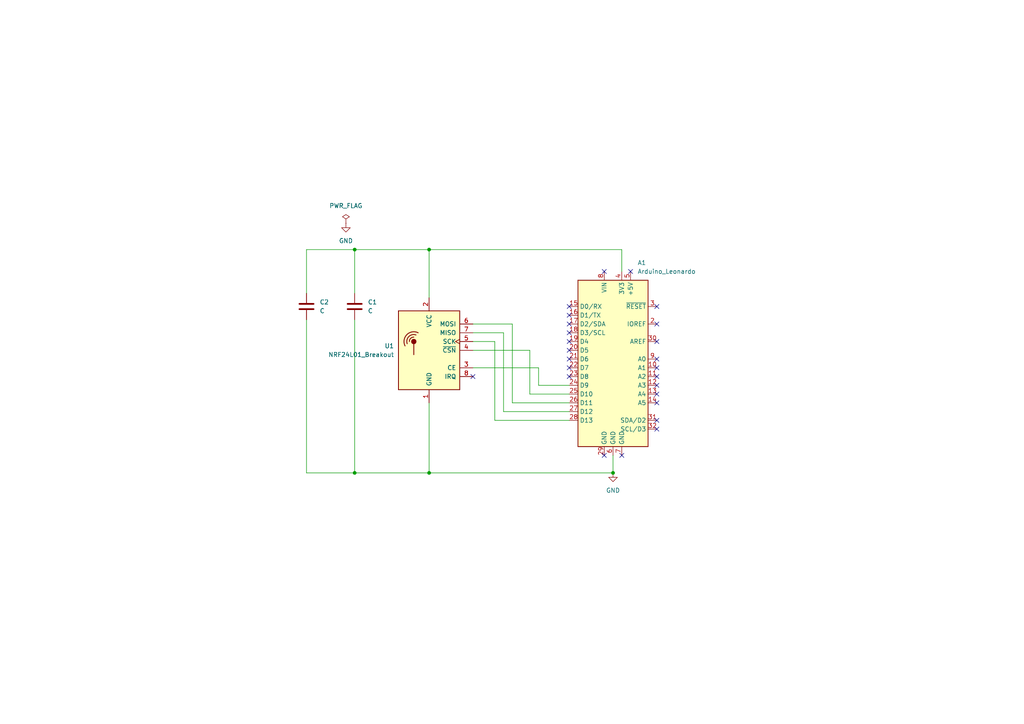
<source format=kicad_sch>
(kicad_sch (version 20211123) (generator eeschema)
  (paper "A4")
  (lib_symbols
    (symbol "Device:C" (pin_numbers hide) (pin_names (offset 0.254))
      (property "Reference" "C" (at 0.635 2.54 0))
      (property "Value" "C" (at 0.635 -2.54 0))
      (symbol "C_0_1"
        (polyline (pts (xy -2.032 -0.762) (xy 2.032 -0.762)) (stroke (width 0.508)))
        (polyline (pts (xy -2.032 0.762) (xy 2.032 0.762)) (stroke (width 0.508)))
      )
      (symbol "C_1_1"
        (pin passive line (at 0 3.81 270) (length 2.794) (name "~") (number "1"))
        (pin passive line (at 0 -3.81 90) (length 2.794) (name "~") (number "2"))
      )
    )
    (symbol "MCU_Module:Arduino_Leonardo"
      (property "Reference" "A" (at -10.16 23.495 0))
      (property "Value" "Arduino_Leonardo" (at 5.08 -26.67 0))
      (symbol "Arduino_Leonardo_0_1"
        (rectangle (start -10.16 22.86) (end 10.16 -25.4) (stroke (width 0.254)) (fill (type background)))
      )
      (symbol "Arduino_Leonardo_1_1"
        (pin no_connect line (at -10.16 -20.32 0) (length 2.54) hide (name "NC") (number "1"))
        (pin bidirectional line (at 12.7 -2.54 180) (length 2.54) (name "A1") (number "10"))
        (pin bidirectional line (at 12.7 -5.08 180) (length 2.54) (name "A2") (number "11"))
        (pin bidirectional line (at 12.7 -7.62 180) (length 2.54) (name "A3") (number "12"))
        (pin bidirectional line (at 12.7 -10.16 180) (length 2.54) (name "A4") (number "13"))
        (pin bidirectional line (at 12.7 -12.7 180) (length 2.54) (name "A5") (number "14"))
        (pin bidirectional line (at -12.7 15.24 0) (length 2.54) (name "D0/RX") (number "15"))
        (pin bidirectional line (at -12.7 12.7 0) (length 2.54) (name "D1/TX") (number "16"))
        (pin bidirectional line (at -12.7 10.16 0) (length 2.54) (name "D2/SDA") (number "17"))
        (pin bidirectional line (at -12.7 7.62 0) (length 2.54) (name "D3/SCL") (number "18"))
        (pin bidirectional line (at -12.7 5.08 0) (length 2.54) (name "D4") (number "19"))
        (pin output line (at 12.7 10.16 180) (length 2.54) (name "IOREF") (number "2"))
        (pin bidirectional line (at -12.7 2.54 0) (length 2.54) (name "D5") (number "20"))
        (pin bidirectional line (at -12.7 0 0) (length 2.54) (name "D6") (number "21"))
        (pin bidirectional line (at -12.7 -2.54 0) (length 2.54) (name "D7") (number "22"))
        (pin bidirectional line (at -12.7 -5.08 0) (length 2.54) (name "D8") (number "23"))
        (pin bidirectional line (at -12.7 -7.62 0) (length 2.54) (name "D9") (number "24"))
        (pin bidirectional line (at -12.7 -10.16 0) (length 2.54) (name "D10") (number "25"))
        (pin bidirectional line (at -12.7 -12.7 0) (length 2.54) (name "D11") (number "26"))
        (pin bidirectional line (at -12.7 -15.24 0) (length 2.54) (name "D12") (number "27"))
        (pin bidirectional line (at -12.7 -17.78 0) (length 2.54) (name "D13") (number "28"))
        (pin power_in line (at -2.54 -27.94 90) (length 2.54) (name "GND") (number "29"))
        (pin input line (at 12.7 15.24 180) (length 2.54) (name "~{RESET}") (number "3"))
        (pin input line (at 12.7 5.08 180) (length 2.54) (name "AREF") (number "30"))
        (pin bidirectional line (at 12.7 -17.78 180) (length 2.54) (name "SDA/D2") (number "31"))
        (pin bidirectional line (at 12.7 -20.32 180) (length 2.54) (name "SCL/D3") (number "32"))
        (pin power_out line (at 2.54 25.4 270) (length 2.54) (name "3V3") (number "4"))
        (pin power_out line (at 5.08 25.4 270) (length 2.54) (name "+5V") (number "5"))
        (pin power_in line (at 0 -27.94 90) (length 2.54) (name "GND") (number "6"))
        (pin power_in line (at 2.54 -27.94 90) (length 2.54) (name "GND") (number "7"))
        (pin power_in line (at -2.54 25.4 270) (length 2.54) (name "VIN") (number "8"))
        (pin bidirectional line (at 12.7 0 180) (length 2.54) (name "A0") (number "9"))
      )
    )
    (symbol "RF:NRF24L01_Breakout" (pin_names (offset 1.016))
      (property "Reference" "U" (at -8.89 12.7 0))
      (property "Value" "NRF24L01_Breakout" (at 3.81 12.7 0))
      (symbol "NRF24L01_Breakout_0_1"
        (rectangle (start -8.89 11.43) (end 8.89 -11.43) (stroke (width 0.254)) (fill (type background)))
        (polyline (pts (xy 4.445 1.905) (xy 4.445 -1.27)) (stroke (width 0.254)))
        (circle (center 4.445 2.54) (radius 0.635) (stroke (width 0.254)) (fill (type outline)))
        (arc (start 5.715 2.54) (mid 5.3521 3.4546) (end 4.445 3.81) (stroke (width 0.254)))
        (arc (start 6.35 1.905) (mid 5.8763 3.9854) (end 3.81 4.445) (stroke (width 0.254)))
        (arc (start 6.985 1.27) (mid 6.453 4.548) (end 3.175 5.08) (stroke (width 0.254)))
      )
      (symbol "NRF24L01_Breakout_1_1"
        (pin power_in line (at 0 -15.24 90) (length 3.81) (name "GND") (number "1"))
        (pin power_in line (at 0 15.24 270) (length 3.81) (name "VCC") (number "2"))
        (pin input line (at -12.7 -5.08 0) (length 3.81) (name "CE") (number "3"))
        (pin input line (at -12.7 0 0) (length 3.81) (name "~{CSN}") (number "4"))
        (pin input clock (at -12.7 2.54 0) (length 3.81) (name "SCK") (number "5"))
        (pin input line (at -12.7 7.62 0) (length 3.81) (name "MOSI") (number "6"))
        (pin output line (at -12.7 5.08 0) (length 3.81) (name "MISO") (number "7"))
        (pin output line (at -12.7 -7.62 0) (length 3.81) (name "IRQ") (number "8"))
      )
    )
    (symbol "power:GND" (power) (pin_names (offset 0))
      (property "Value" "GND" (at 0 -3.81 0))
      (symbol "GND_0_1"
        (polyline (pts (xy 0 0) (xy 0 -1.27) (xy 1.27 -1.27) (xy 0 -2.54) (xy -1.27 -1.27) (xy 0 -1.27)))
      )
      (symbol "GND_1_1"
        (pin power_in line (at 0 0 270) (length 0) hide (name "GND") (number "1"))
      )
    )
    (symbol "power:PWR_FLAG" (power) (pin_numbers hide) (pin_names (offset 0) hide)
      (property "Value" "PWR_FLAG" (at 0 3.81 0))
      (symbol "PWR_FLAG_0_0"
        (pin power_out line (at 0 0 90) (length 0) (name "pwr") (number "1"))
      )
      (symbol "PWR_FLAG_0_1"
        (polyline (pts (xy 0 0) (xy 0 1.27) (xy -1.016 1.905) (xy 0 2.54) (xy 1.016 1.905) (xy 0 1.27)))
      )
    )
  )
  (junction (at 102.87 137.16))
  (junction (at 177.8 137.16))
  (junction (at 124.46 137.16))
  (junction (at 102.87 72.39))
  (junction (at 124.46 72.39))
  (no_connect (at 182.88 78.74))
  (no_connect (at 190.5 109.22))
  (no_connect (at 190.5 104.14))
  (no_connect (at 190.5 116.84))
  (no_connect (at 190.5 88.9))
  (no_connect (at 180.34 132.08))
  (no_connect (at 165.1 104.14))
  (no_connect (at 190.5 106.68))
  (no_connect (at 165.1 99.06))
  (no_connect (at 165.1 93.98))
  (no_connect (at 165.1 109.22))
  (no_connect (at 190.5 93.98))
  (no_connect (at 190.5 111.76))
  (no_connect (at 165.1 91.44))
  (no_connect (at 190.5 99.06))
  (no_connect (at 175.26 132.08))
  (no_connect (at 165.1 106.68))
  (no_connect (at 165.1 88.9))
  (no_connect (at 165.1 101.6))
  (no_connect (at 137.16 109.22))
  (no_connect (at 175.26 78.74))
  (no_connect (at 190.5 121.92))
  (no_connect (at 165.1 96.52))
  (no_connect (at 190.5 114.3))
  (no_connect (at 190.5 124.46))
  (wire (pts (xy 124.46 72.39) (xy 102.87 72.39)))
  (wire (pts (xy 137.16 96.52) (xy 146.05 96.52)))
  (wire (pts (xy 124.46 137.16) (xy 177.8 137.16)))
  (wire (pts (xy 137.16 99.06) (xy 143.51 99.06)))
  (wire (pts (xy 102.87 72.39) (xy 88.9 72.39)))
  (wire (pts (xy 88.9 72.39) (xy 88.9 85.09)))
  (wire (pts (xy 124.46 116.84) (xy 124.46 137.16)))
  (wire (pts (xy 88.9 137.16) (xy 102.87 137.16)))
  (wire (pts (xy 124.46 72.39) (xy 180.34 72.39)))
  (wire (pts (xy 137.16 101.6) (xy 153.67 101.6)))
  (wire (pts (xy 180.34 72.39) (xy 180.34 78.74)))
  (wire (pts (xy 153.67 114.3) (xy 165.1 114.3)))
  (wire (pts (xy 137.16 106.68) (xy 156.21 106.68)))
  (wire (pts (xy 143.51 121.92) (xy 165.1 121.92)))
  (wire (pts (xy 148.59 116.84) (xy 165.1 116.84)))
  (wire (pts (xy 102.87 92.71) (xy 102.87 137.16)))
  (wire (pts (xy 124.46 86.36) (xy 124.46 72.39)))
  (wire (pts (xy 88.9 92.71) (xy 88.9 137.16)))
  (wire (pts (xy 153.67 101.6) (xy 153.67 114.3)))
  (wire (pts (xy 177.8 137.16) (xy 177.8 132.08)))
  (wire (pts (xy 156.21 106.68) (xy 156.21 111.76)))
  (wire (pts (xy 156.21 111.76) (xy 165.1 111.76)))
  (wire (pts (xy 148.59 93.98) (xy 148.59 116.84)))
  (wire (pts (xy 102.87 72.39) (xy 102.87 85.09)))
  (wire (pts (xy 143.51 99.06) (xy 143.51 121.92)))
  (wire (pts (xy 137.16 93.98) (xy 148.59 93.98)))
  (wire (pts (xy 146.05 119.38) (xy 165.1 119.38)))
  (wire (pts (xy 102.87 137.16) (xy 124.46 137.16)))
  (wire (pts (xy 146.05 96.52) (xy 146.05 119.38)))
  (symbol (lib_id "power:PWR_FLAG") (at 100.33 64.77 0) (unit 1)
    (property "Reference" "#FLG01" (effects hide))
    (property "Value" "PWR_FLAG" (at 100.33 59.69 0))
  )
  (symbol (lib_id "Device:C") (at 102.87 88.9 0) (unit 1)
    (property "Reference" "C1" (at 106.68 87.6299 0) (effects (justify left)))
    (property "Value" "C" (at 106.68 90.1699 0) (effects (justify left)))
    (property "Footprint" "Capacitor_THT:CP_Radial_Tantal_D4.5mm_P2.50mm" (effects hide))
  )
  (symbol (lib_id "power:GND") (at 100.33 64.77 0) (unit 1)
    (property "Reference" "#PWR01" (effects hide))
    (property "Value" "GND" (at 100.33 69.85 0))
  )
  (symbol (lib_id "RF:NRF24L01_Breakout") (at 124.46 101.6 0) (mirror y) (unit 1)
    (property "Reference" "U1" (at 114.3 100.3299 0) (effects (justify left)))
    (property "Value" "NRF24L01_Breakout" (at 114.3 102.8699 0) (effects (justify left)))
    (property "Footprint" "RF_Module:nRF24L01_Breakout" (effects hide))
    (property "Datasheet" "http://www.nordicsemi.com/eng/content/download/2730/34105/file/nRF24L01_Product_Specification_v2_0.pdf" (effects hide))
  )
  (symbol (lib_id "power:GND") (at 177.8 137.16 0) (unit 1)
    (property "Reference" "#PWR02" (effects hide))
    (property "Value" "GND" (at 177.8 142.24 0))
  )
  (symbol (lib_id "MCU_Module:Arduino_Leonardo") (at 177.8 104.14 0) (unit 1)
    (property "Reference" "A1" (at 184.8994 76.2 0) (effects (justify left)))
    (property "Value" "Arduino_Leonardo" (at 184.8994 78.74 0) (effects (justify left)))
    (property "Footprint" "Module:Arduino_UNO_R3" (effects hide))
    (property "Datasheet" "https://www.arduino.cc/en/Main/ArduinoBoardLeonardo" (effects hide))
  )
  (symbol (lib_id "Device:C") (at 88.9 88.9 0) (unit 1)
    (property "Reference" "C2" (at 92.71 87.6299 0) (effects (justify left)))
    (property "Value" "C" (at 92.71 90.1699 0) (effects (justify left)))
    (property "Footprint" "Capacitor_THT:CP_Radial_D8.0mm_P5.00mm" (effects hide))
  )
)
</source>
